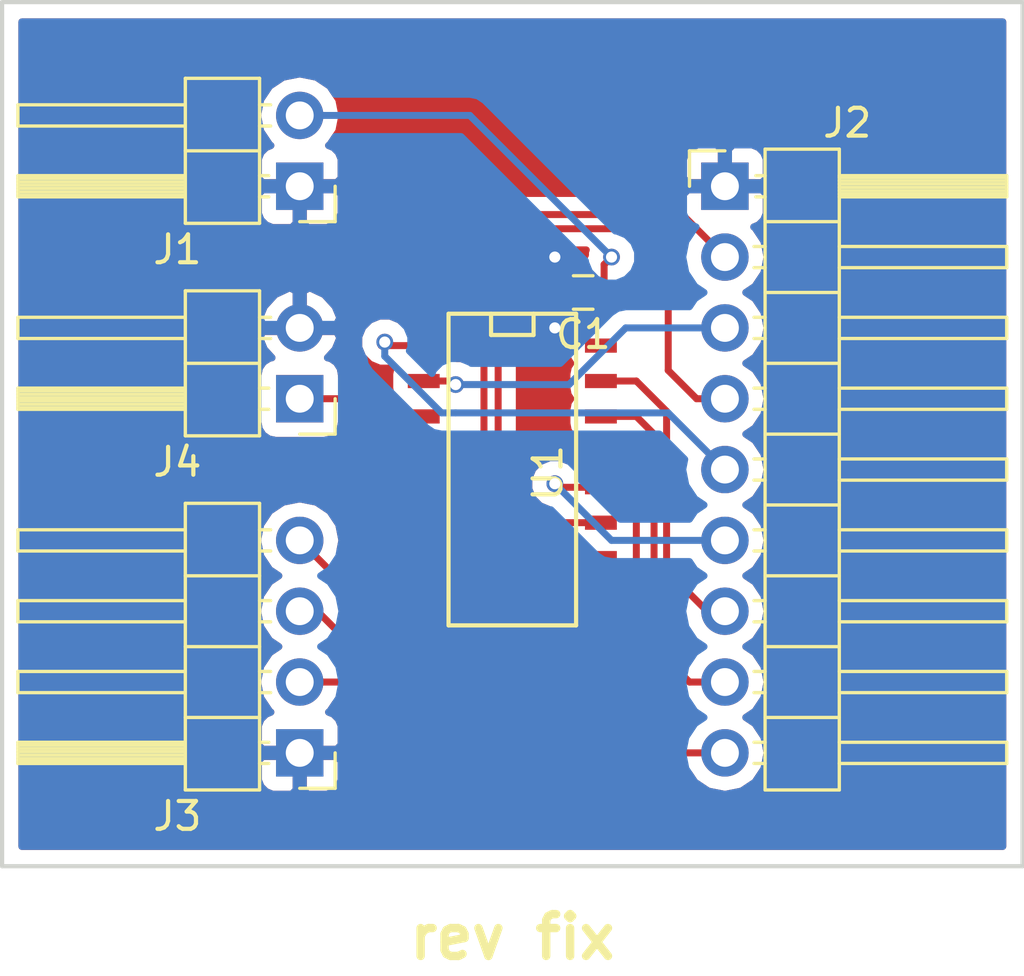
<source format=kicad_pcb>
(kicad_pcb (version 4) (host pcbnew 4.0.7)

  (general
    (links 20)
    (no_connects 1)
    (area 103.524999 69.520999 140.315001 104.474)
    (thickness 1.6)
    (drawings 5)
    (tracks 76)
    (zones 0)
    (modules 6)
    (nets 16)
  )

  (page A4)
  (layers
    (0 F.Cu signal)
    (31 B.Cu signal)
    (32 B.Adhes user)
    (33 F.Adhes user)
    (34 B.Paste user)
    (35 F.Paste user)
    (36 B.SilkS user)
    (37 F.SilkS user)
    (38 B.Mask user)
    (39 F.Mask user)
    (40 Dwgs.User user)
    (41 Cmts.User user)
    (42 Eco1.User user)
    (43 Eco2.User user)
    (44 Edge.Cuts user)
    (45 Margin user)
    (46 B.CrtYd user)
    (47 F.CrtYd user)
    (48 B.Fab user)
    (49 F.Fab user)
  )

  (setup
    (last_trace_width 0.25)
    (trace_clearance 0.2)
    (zone_clearance 0.508)
    (zone_45_only no)
    (trace_min 0.2)
    (segment_width 0.2)
    (edge_width 0.15)
    (via_size 0.6)
    (via_drill 0.4)
    (via_min_size 0.4)
    (via_min_drill 0.3)
    (uvia_size 0.3)
    (uvia_drill 0.1)
    (uvias_allowed no)
    (uvia_min_size 0.2)
    (uvia_min_drill 0.1)
    (pcb_text_width 0.3)
    (pcb_text_size 1.5 1.5)
    (mod_edge_width 0.15)
    (mod_text_size 1 1)
    (mod_text_width 0.15)
    (pad_size 1.524 1.524)
    (pad_drill 0.762)
    (pad_to_mask_clearance 0.2)
    (aux_axis_origin 103.632 100.584)
    (grid_origin 115.824 65.024)
    (visible_elements 7FFFFFFF)
    (pcbplotparams
      (layerselection 0x00030_80000001)
      (usegerberextensions false)
      (excludeedgelayer true)
      (linewidth 0.100000)
      (plotframeref false)
      (viasonmask false)
      (mode 1)
      (useauxorigin false)
      (hpglpennumber 1)
      (hpglpenspeed 20)
      (hpglpendiameter 15)
      (hpglpenoverlay 2)
      (psnegative false)
      (psa4output false)
      (plotreference true)
      (plotvalue true)
      (plotinvisibletext false)
      (padsonsilk false)
      (subtractmaskfromsilk false)
      (outputformat 1)
      (mirror false)
      (drillshape 1)
      (scaleselection 1)
      (outputdirectory ""))
  )

  (net 0 "")
  (net 1 GND)
  (net 2 "Net-(J2-Pad2)")
  (net 3 "Net-(J2-Pad3)")
  (net 4 "Net-(J2-Pad4)")
  (net 5 "Net-(J2-Pad5)")
  (net 6 "Net-(J2-Pad6)")
  (net 7 "Net-(J2-Pad7)")
  (net 8 "Net-(J2-Pad8)")
  (net 9 "Net-(J2-Pad9)")
  (net 10 "Net-(J3-Pad2)")
  (net 11 "Net-(J3-Pad3)")
  (net 12 "Net-(J3-Pad4)")
  (net 13 "Net-(J4-Pad1)")
  (net 14 VDD)
  (net 15 "Net-(U1-Pad6)")

  (net_class Default "This is the default net class."
    (clearance 0.2)
    (trace_width 0.25)
    (via_dia 0.6)
    (via_drill 0.4)
    (uvia_dia 0.3)
    (uvia_drill 0.1)
    (add_net GND)
    (add_net "Net-(J2-Pad2)")
    (add_net "Net-(J2-Pad3)")
    (add_net "Net-(J2-Pad4)")
    (add_net "Net-(J2-Pad5)")
    (add_net "Net-(J2-Pad6)")
    (add_net "Net-(J2-Pad7)")
    (add_net "Net-(J2-Pad8)")
    (add_net "Net-(J2-Pad9)")
    (add_net "Net-(J3-Pad2)")
    (add_net "Net-(J3-Pad3)")
    (add_net "Net-(J3-Pad4)")
    (add_net "Net-(J4-Pad1)")
    (add_net "Net-(U1-Pad6)")
    (add_net VDD)
  )

  (module Capacitors_SMD:C_0603 (layer F.Cu) (tedit 59958EE7) (tstamp 5A782E23)
    (at 124.46 80.01 180)
    (descr "Capacitor SMD 0603, reflow soldering, AVX (see smccp.pdf)")
    (tags "capacitor 0603")
    (path /5A782F69)
    (attr smd)
    (fp_text reference C1 (at 0 -1.5 180) (layer F.SilkS)
      (effects (font (size 1 1) (thickness 0.15)))
    )
    (fp_text value C (at 0 1.5 180) (layer F.Fab)
      (effects (font (size 1 1) (thickness 0.15)))
    )
    (fp_line (start 1.4 0.65) (end -1.4 0.65) (layer F.CrtYd) (width 0.05))
    (fp_line (start 1.4 0.65) (end 1.4 -0.65) (layer F.CrtYd) (width 0.05))
    (fp_line (start -1.4 -0.65) (end -1.4 0.65) (layer F.CrtYd) (width 0.05))
    (fp_line (start -1.4 -0.65) (end 1.4 -0.65) (layer F.CrtYd) (width 0.05))
    (fp_line (start 0.35 0.6) (end -0.35 0.6) (layer F.SilkS) (width 0.12))
    (fp_line (start -0.35 -0.6) (end 0.35 -0.6) (layer F.SilkS) (width 0.12))
    (fp_line (start -0.8 -0.4) (end 0.8 -0.4) (layer F.Fab) (width 0.1))
    (fp_line (start 0.8 -0.4) (end 0.8 0.4) (layer F.Fab) (width 0.1))
    (fp_line (start 0.8 0.4) (end -0.8 0.4) (layer F.Fab) (width 0.1))
    (fp_line (start -0.8 0.4) (end -0.8 -0.4) (layer F.Fab) (width 0.1))
    (fp_text user %R (at 0 0 180) (layer F.Fab)
      (effects (font (size 0.3 0.3) (thickness 0.075)))
    )
    (pad 2 smd rect (at 0.75 0 180) (size 0.8 0.75) (layers F.Cu F.Paste F.Mask)
      (net 1 GND))
    (pad 1 smd rect (at -0.75 0 180) (size 0.8 0.75) (layers F.Cu F.Paste F.Mask)
      (net 14 VDD))
    (model Capacitors_SMD.3dshapes/C_0603.wrl
      (at (xyz 0 0 0))
      (scale (xyz 1 1 1))
      (rotate (xyz 0 0 0))
    )
  )

  (module Pin_Headers:Pin_Header_Angled_1x02_Pitch2.54mm (layer F.Cu) (tedit 59650532) (tstamp 5A782E29)
    (at 114.3 76.2 180)
    (descr "Through hole angled pin header, 1x02, 2.54mm pitch, 6mm pin length, single row")
    (tags "Through hole angled pin header THT 1x02 2.54mm single row")
    (path /5A7831BB)
    (fp_text reference J1 (at 4.385 -2.27 180) (layer F.SilkS)
      (effects (font (size 1 1) (thickness 0.15)))
    )
    (fp_text value Conn_01x02 (at 4.385 4.81 180) (layer F.Fab)
      (effects (font (size 1 1) (thickness 0.15)))
    )
    (fp_line (start 2.135 -1.27) (end 4.04 -1.27) (layer F.Fab) (width 0.1))
    (fp_line (start 4.04 -1.27) (end 4.04 3.81) (layer F.Fab) (width 0.1))
    (fp_line (start 4.04 3.81) (end 1.5 3.81) (layer F.Fab) (width 0.1))
    (fp_line (start 1.5 3.81) (end 1.5 -0.635) (layer F.Fab) (width 0.1))
    (fp_line (start 1.5 -0.635) (end 2.135 -1.27) (layer F.Fab) (width 0.1))
    (fp_line (start -0.32 -0.32) (end 1.5 -0.32) (layer F.Fab) (width 0.1))
    (fp_line (start -0.32 -0.32) (end -0.32 0.32) (layer F.Fab) (width 0.1))
    (fp_line (start -0.32 0.32) (end 1.5 0.32) (layer F.Fab) (width 0.1))
    (fp_line (start 4.04 -0.32) (end 10.04 -0.32) (layer F.Fab) (width 0.1))
    (fp_line (start 10.04 -0.32) (end 10.04 0.32) (layer F.Fab) (width 0.1))
    (fp_line (start 4.04 0.32) (end 10.04 0.32) (layer F.Fab) (width 0.1))
    (fp_line (start -0.32 2.22) (end 1.5 2.22) (layer F.Fab) (width 0.1))
    (fp_line (start -0.32 2.22) (end -0.32 2.86) (layer F.Fab) (width 0.1))
    (fp_line (start -0.32 2.86) (end 1.5 2.86) (layer F.Fab) (width 0.1))
    (fp_line (start 4.04 2.22) (end 10.04 2.22) (layer F.Fab) (width 0.1))
    (fp_line (start 10.04 2.22) (end 10.04 2.86) (layer F.Fab) (width 0.1))
    (fp_line (start 4.04 2.86) (end 10.04 2.86) (layer F.Fab) (width 0.1))
    (fp_line (start 1.44 -1.33) (end 1.44 3.87) (layer F.SilkS) (width 0.12))
    (fp_line (start 1.44 3.87) (end 4.1 3.87) (layer F.SilkS) (width 0.12))
    (fp_line (start 4.1 3.87) (end 4.1 -1.33) (layer F.SilkS) (width 0.12))
    (fp_line (start 4.1 -1.33) (end 1.44 -1.33) (layer F.SilkS) (width 0.12))
    (fp_line (start 4.1 -0.38) (end 10.1 -0.38) (layer F.SilkS) (width 0.12))
    (fp_line (start 10.1 -0.38) (end 10.1 0.38) (layer F.SilkS) (width 0.12))
    (fp_line (start 10.1 0.38) (end 4.1 0.38) (layer F.SilkS) (width 0.12))
    (fp_line (start 4.1 -0.32) (end 10.1 -0.32) (layer F.SilkS) (width 0.12))
    (fp_line (start 4.1 -0.2) (end 10.1 -0.2) (layer F.SilkS) (width 0.12))
    (fp_line (start 4.1 -0.08) (end 10.1 -0.08) (layer F.SilkS) (width 0.12))
    (fp_line (start 4.1 0.04) (end 10.1 0.04) (layer F.SilkS) (width 0.12))
    (fp_line (start 4.1 0.16) (end 10.1 0.16) (layer F.SilkS) (width 0.12))
    (fp_line (start 4.1 0.28) (end 10.1 0.28) (layer F.SilkS) (width 0.12))
    (fp_line (start 1.11 -0.38) (end 1.44 -0.38) (layer F.SilkS) (width 0.12))
    (fp_line (start 1.11 0.38) (end 1.44 0.38) (layer F.SilkS) (width 0.12))
    (fp_line (start 1.44 1.27) (end 4.1 1.27) (layer F.SilkS) (width 0.12))
    (fp_line (start 4.1 2.16) (end 10.1 2.16) (layer F.SilkS) (width 0.12))
    (fp_line (start 10.1 2.16) (end 10.1 2.92) (layer F.SilkS) (width 0.12))
    (fp_line (start 10.1 2.92) (end 4.1 2.92) (layer F.SilkS) (width 0.12))
    (fp_line (start 1.042929 2.16) (end 1.44 2.16) (layer F.SilkS) (width 0.12))
    (fp_line (start 1.042929 2.92) (end 1.44 2.92) (layer F.SilkS) (width 0.12))
    (fp_line (start -1.27 0) (end -1.27 -1.27) (layer F.SilkS) (width 0.12))
    (fp_line (start -1.27 -1.27) (end 0 -1.27) (layer F.SilkS) (width 0.12))
    (fp_line (start -1.8 -1.8) (end -1.8 4.35) (layer F.CrtYd) (width 0.05))
    (fp_line (start -1.8 4.35) (end 10.55 4.35) (layer F.CrtYd) (width 0.05))
    (fp_line (start 10.55 4.35) (end 10.55 -1.8) (layer F.CrtYd) (width 0.05))
    (fp_line (start 10.55 -1.8) (end -1.8 -1.8) (layer F.CrtYd) (width 0.05))
    (fp_text user %R (at 2.77 1.27 270) (layer F.Fab)
      (effects (font (size 1 1) (thickness 0.15)))
    )
    (pad 1 thru_hole rect (at 0 0 180) (size 1.7 1.7) (drill 1) (layers *.Cu *.Mask)
      (net 1 GND))
    (pad 2 thru_hole oval (at 0 2.54 180) (size 1.7 1.7) (drill 1) (layers *.Cu *.Mask)
      (net 14 VDD))
    (model ${KISYS3DMOD}/Pin_Headers.3dshapes/Pin_Header_Angled_1x02_Pitch2.54mm.wrl
      (at (xyz 0 0 0))
      (scale (xyz 1 1 1))
      (rotate (xyz 0 0 0))
    )
  )

  (module Pin_Headers:Pin_Header_Angled_1x09_Pitch2.54mm (layer F.Cu) (tedit 59650532) (tstamp 5A782E36)
    (at 129.54 76.2)
    (descr "Through hole angled pin header, 1x09, 2.54mm pitch, 6mm pin length, single row")
    (tags "Through hole angled pin header THT 1x09 2.54mm single row")
    (path /5A782C1E)
    (fp_text reference J2 (at 4.385 -2.27) (layer F.SilkS)
      (effects (font (size 1 1) (thickness 0.15)))
    )
    (fp_text value Conn_01x09 (at 4.385 22.59) (layer F.Fab)
      (effects (font (size 1 1) (thickness 0.15)))
    )
    (fp_line (start 2.135 -1.27) (end 4.04 -1.27) (layer F.Fab) (width 0.1))
    (fp_line (start 4.04 -1.27) (end 4.04 21.59) (layer F.Fab) (width 0.1))
    (fp_line (start 4.04 21.59) (end 1.5 21.59) (layer F.Fab) (width 0.1))
    (fp_line (start 1.5 21.59) (end 1.5 -0.635) (layer F.Fab) (width 0.1))
    (fp_line (start 1.5 -0.635) (end 2.135 -1.27) (layer F.Fab) (width 0.1))
    (fp_line (start -0.32 -0.32) (end 1.5 -0.32) (layer F.Fab) (width 0.1))
    (fp_line (start -0.32 -0.32) (end -0.32 0.32) (layer F.Fab) (width 0.1))
    (fp_line (start -0.32 0.32) (end 1.5 0.32) (layer F.Fab) (width 0.1))
    (fp_line (start 4.04 -0.32) (end 10.04 -0.32) (layer F.Fab) (width 0.1))
    (fp_line (start 10.04 -0.32) (end 10.04 0.32) (layer F.Fab) (width 0.1))
    (fp_line (start 4.04 0.32) (end 10.04 0.32) (layer F.Fab) (width 0.1))
    (fp_line (start -0.32 2.22) (end 1.5 2.22) (layer F.Fab) (width 0.1))
    (fp_line (start -0.32 2.22) (end -0.32 2.86) (layer F.Fab) (width 0.1))
    (fp_line (start -0.32 2.86) (end 1.5 2.86) (layer F.Fab) (width 0.1))
    (fp_line (start 4.04 2.22) (end 10.04 2.22) (layer F.Fab) (width 0.1))
    (fp_line (start 10.04 2.22) (end 10.04 2.86) (layer F.Fab) (width 0.1))
    (fp_line (start 4.04 2.86) (end 10.04 2.86) (layer F.Fab) (width 0.1))
    (fp_line (start -0.32 4.76) (end 1.5 4.76) (layer F.Fab) (width 0.1))
    (fp_line (start -0.32 4.76) (end -0.32 5.4) (layer F.Fab) (width 0.1))
    (fp_line (start -0.32 5.4) (end 1.5 5.4) (layer F.Fab) (width 0.1))
    (fp_line (start 4.04 4.76) (end 10.04 4.76) (layer F.Fab) (width 0.1))
    (fp_line (start 10.04 4.76) (end 10.04 5.4) (layer F.Fab) (width 0.1))
    (fp_line (start 4.04 5.4) (end 10.04 5.4) (layer F.Fab) (width 0.1))
    (fp_line (start -0.32 7.3) (end 1.5 7.3) (layer F.Fab) (width 0.1))
    (fp_line (start -0.32 7.3) (end -0.32 7.94) (layer F.Fab) (width 0.1))
    (fp_line (start -0.32 7.94) (end 1.5 7.94) (layer F.Fab) (width 0.1))
    (fp_line (start 4.04 7.3) (end 10.04 7.3) (layer F.Fab) (width 0.1))
    (fp_line (start 10.04 7.3) (end 10.04 7.94) (layer F.Fab) (width 0.1))
    (fp_line (start 4.04 7.94) (end 10.04 7.94) (layer F.Fab) (width 0.1))
    (fp_line (start -0.32 9.84) (end 1.5 9.84) (layer F.Fab) (width 0.1))
    (fp_line (start -0.32 9.84) (end -0.32 10.48) (layer F.Fab) (width 0.1))
    (fp_line (start -0.32 10.48) (end 1.5 10.48) (layer F.Fab) (width 0.1))
    (fp_line (start 4.04 9.84) (end 10.04 9.84) (layer F.Fab) (width 0.1))
    (fp_line (start 10.04 9.84) (end 10.04 10.48) (layer F.Fab) (width 0.1))
    (fp_line (start 4.04 10.48) (end 10.04 10.48) (layer F.Fab) (width 0.1))
    (fp_line (start -0.32 12.38) (end 1.5 12.38) (layer F.Fab) (width 0.1))
    (fp_line (start -0.32 12.38) (end -0.32 13.02) (layer F.Fab) (width 0.1))
    (fp_line (start -0.32 13.02) (end 1.5 13.02) (layer F.Fab) (width 0.1))
    (fp_line (start 4.04 12.38) (end 10.04 12.38) (layer F.Fab) (width 0.1))
    (fp_line (start 10.04 12.38) (end 10.04 13.02) (layer F.Fab) (width 0.1))
    (fp_line (start 4.04 13.02) (end 10.04 13.02) (layer F.Fab) (width 0.1))
    (fp_line (start -0.32 14.92) (end 1.5 14.92) (layer F.Fab) (width 0.1))
    (fp_line (start -0.32 14.92) (end -0.32 15.56) (layer F.Fab) (width 0.1))
    (fp_line (start -0.32 15.56) (end 1.5 15.56) (layer F.Fab) (width 0.1))
    (fp_line (start 4.04 14.92) (end 10.04 14.92) (layer F.Fab) (width 0.1))
    (fp_line (start 10.04 14.92) (end 10.04 15.56) (layer F.Fab) (width 0.1))
    (fp_line (start 4.04 15.56) (end 10.04 15.56) (layer F.Fab) (width 0.1))
    (fp_line (start -0.32 17.46) (end 1.5 17.46) (layer F.Fab) (width 0.1))
    (fp_line (start -0.32 17.46) (end -0.32 18.1) (layer F.Fab) (width 0.1))
    (fp_line (start -0.32 18.1) (end 1.5 18.1) (layer F.Fab) (width 0.1))
    (fp_line (start 4.04 17.46) (end 10.04 17.46) (layer F.Fab) (width 0.1))
    (fp_line (start 10.04 17.46) (end 10.04 18.1) (layer F.Fab) (width 0.1))
    (fp_line (start 4.04 18.1) (end 10.04 18.1) (layer F.Fab) (width 0.1))
    (fp_line (start -0.32 20) (end 1.5 20) (layer F.Fab) (width 0.1))
    (fp_line (start -0.32 20) (end -0.32 20.64) (layer F.Fab) (width 0.1))
    (fp_line (start -0.32 20.64) (end 1.5 20.64) (layer F.Fab) (width 0.1))
    (fp_line (start 4.04 20) (end 10.04 20) (layer F.Fab) (width 0.1))
    (fp_line (start 10.04 20) (end 10.04 20.64) (layer F.Fab) (width 0.1))
    (fp_line (start 4.04 20.64) (end 10.04 20.64) (layer F.Fab) (width 0.1))
    (fp_line (start 1.44 -1.33) (end 1.44 21.65) (layer F.SilkS) (width 0.12))
    (fp_line (start 1.44 21.65) (end 4.1 21.65) (layer F.SilkS) (width 0.12))
    (fp_line (start 4.1 21.65) (end 4.1 -1.33) (layer F.SilkS) (width 0.12))
    (fp_line (start 4.1 -1.33) (end 1.44 -1.33) (layer F.SilkS) (width 0.12))
    (fp_line (start 4.1 -0.38) (end 10.1 -0.38) (layer F.SilkS) (width 0.12))
    (fp_line (start 10.1 -0.38) (end 10.1 0.38) (layer F.SilkS) (width 0.12))
    (fp_line (start 10.1 0.38) (end 4.1 0.38) (layer F.SilkS) (width 0.12))
    (fp_line (start 4.1 -0.32) (end 10.1 -0.32) (layer F.SilkS) (width 0.12))
    (fp_line (start 4.1 -0.2) (end 10.1 -0.2) (layer F.SilkS) (width 0.12))
    (fp_line (start 4.1 -0.08) (end 10.1 -0.08) (layer F.SilkS) (width 0.12))
    (fp_line (start 4.1 0.04) (end 10.1 0.04) (layer F.SilkS) (width 0.12))
    (fp_line (start 4.1 0.16) (end 10.1 0.16) (layer F.SilkS) (width 0.12))
    (fp_line (start 4.1 0.28) (end 10.1 0.28) (layer F.SilkS) (width 0.12))
    (fp_line (start 1.11 -0.38) (end 1.44 -0.38) (layer F.SilkS) (width 0.12))
    (fp_line (start 1.11 0.38) (end 1.44 0.38) (layer F.SilkS) (width 0.12))
    (fp_line (start 1.44 1.27) (end 4.1 1.27) (layer F.SilkS) (width 0.12))
    (fp_line (start 4.1 2.16) (end 10.1 2.16) (layer F.SilkS) (width 0.12))
    (fp_line (start 10.1 2.16) (end 10.1 2.92) (layer F.SilkS) (width 0.12))
    (fp_line (start 10.1 2.92) (end 4.1 2.92) (layer F.SilkS) (width 0.12))
    (fp_line (start 1.042929 2.16) (end 1.44 2.16) (layer F.SilkS) (width 0.12))
    (fp_line (start 1.042929 2.92) (end 1.44 2.92) (layer F.SilkS) (width 0.12))
    (fp_line (start 1.44 3.81) (end 4.1 3.81) (layer F.SilkS) (width 0.12))
    (fp_line (start 4.1 4.7) (end 10.1 4.7) (layer F.SilkS) (width 0.12))
    (fp_line (start 10.1 4.7) (end 10.1 5.46) (layer F.SilkS) (width 0.12))
    (fp_line (start 10.1 5.46) (end 4.1 5.46) (layer F.SilkS) (width 0.12))
    (fp_line (start 1.042929 4.7) (end 1.44 4.7) (layer F.SilkS) (width 0.12))
    (fp_line (start 1.042929 5.46) (end 1.44 5.46) (layer F.SilkS) (width 0.12))
    (fp_line (start 1.44 6.35) (end 4.1 6.35) (layer F.SilkS) (width 0.12))
    (fp_line (start 4.1 7.24) (end 10.1 7.24) (layer F.SilkS) (width 0.12))
    (fp_line (start 10.1 7.24) (end 10.1 8) (layer F.SilkS) (width 0.12))
    (fp_line (start 10.1 8) (end 4.1 8) (layer F.SilkS) (width 0.12))
    (fp_line (start 1.042929 7.24) (end 1.44 7.24) (layer F.SilkS) (width 0.12))
    (fp_line (start 1.042929 8) (end 1.44 8) (layer F.SilkS) (width 0.12))
    (fp_line (start 1.44 8.89) (end 4.1 8.89) (layer F.SilkS) (width 0.12))
    (fp_line (start 4.1 9.78) (end 10.1 9.78) (layer F.SilkS) (width 0.12))
    (fp_line (start 10.1 9.78) (end 10.1 10.54) (layer F.SilkS) (width 0.12))
    (fp_line (start 10.1 10.54) (end 4.1 10.54) (layer F.SilkS) (width 0.12))
    (fp_line (start 1.042929 9.78) (end 1.44 9.78) (layer F.SilkS) (width 0.12))
    (fp_line (start 1.042929 10.54) (end 1.44 10.54) (layer F.SilkS) (width 0.12))
    (fp_line (start 1.44 11.43) (end 4.1 11.43) (layer F.SilkS) (width 0.12))
    (fp_line (start 4.1 12.32) (end 10.1 12.32) (layer F.SilkS) (width 0.12))
    (fp_line (start 10.1 12.32) (end 10.1 13.08) (layer F.SilkS) (width 0.12))
    (fp_line (start 10.1 13.08) (end 4.1 13.08) (layer F.SilkS) (width 0.12))
    (fp_line (start 1.042929 12.32) (end 1.44 12.32) (layer F.SilkS) (width 0.12))
    (fp_line (start 1.042929 13.08) (end 1.44 13.08) (layer F.SilkS) (width 0.12))
    (fp_line (start 1.44 13.97) (end 4.1 13.97) (layer F.SilkS) (width 0.12))
    (fp_line (start 4.1 14.86) (end 10.1 14.86) (layer F.SilkS) (width 0.12))
    (fp_line (start 10.1 14.86) (end 10.1 15.62) (layer F.SilkS) (width 0.12))
    (fp_line (start 10.1 15.62) (end 4.1 15.62) (layer F.SilkS) (width 0.12))
    (fp_line (start 1.042929 14.86) (end 1.44 14.86) (layer F.SilkS) (width 0.12))
    (fp_line (start 1.042929 15.62) (end 1.44 15.62) (layer F.SilkS) (width 0.12))
    (fp_line (start 1.44 16.51) (end 4.1 16.51) (layer F.SilkS) (width 0.12))
    (fp_line (start 4.1 17.4) (end 10.1 17.4) (layer F.SilkS) (width 0.12))
    (fp_line (start 10.1 17.4) (end 10.1 18.16) (layer F.SilkS) (width 0.12))
    (fp_line (start 10.1 18.16) (end 4.1 18.16) (layer F.SilkS) (width 0.12))
    (fp_line (start 1.042929 17.4) (end 1.44 17.4) (layer F.SilkS) (width 0.12))
    (fp_line (start 1.042929 18.16) (end 1.44 18.16) (layer F.SilkS) (width 0.12))
    (fp_line (start 1.44 19.05) (end 4.1 19.05) (layer F.SilkS) (width 0.12))
    (fp_line (start 4.1 19.94) (end 10.1 19.94) (layer F.SilkS) (width 0.12))
    (fp_line (start 10.1 19.94) (end 10.1 20.7) (layer F.SilkS) (width 0.12))
    (fp_line (start 10.1 20.7) (end 4.1 20.7) (layer F.SilkS) (width 0.12))
    (fp_line (start 1.042929 19.94) (end 1.44 19.94) (layer F.SilkS) (width 0.12))
    (fp_line (start 1.042929 20.7) (end 1.44 20.7) (layer F.SilkS) (width 0.12))
    (fp_line (start -1.27 0) (end -1.27 -1.27) (layer F.SilkS) (width 0.12))
    (fp_line (start -1.27 -1.27) (end 0 -1.27) (layer F.SilkS) (width 0.12))
    (fp_line (start -1.8 -1.8) (end -1.8 22.1) (layer F.CrtYd) (width 0.05))
    (fp_line (start -1.8 22.1) (end 10.55 22.1) (layer F.CrtYd) (width 0.05))
    (fp_line (start 10.55 22.1) (end 10.55 -1.8) (layer F.CrtYd) (width 0.05))
    (fp_line (start 10.55 -1.8) (end -1.8 -1.8) (layer F.CrtYd) (width 0.05))
    (fp_text user %R (at 2.77 10.16 90) (layer F.Fab)
      (effects (font (size 1 1) (thickness 0.15)))
    )
    (pad 1 thru_hole rect (at 0 0) (size 1.7 1.7) (drill 1) (layers *.Cu *.Mask)
      (net 1 GND))
    (pad 2 thru_hole oval (at 0 2.54) (size 1.7 1.7) (drill 1) (layers *.Cu *.Mask)
      (net 2 "Net-(J2-Pad2)"))
    (pad 3 thru_hole oval (at 0 5.08) (size 1.7 1.7) (drill 1) (layers *.Cu *.Mask)
      (net 3 "Net-(J2-Pad3)"))
    (pad 4 thru_hole oval (at 0 7.62) (size 1.7 1.7) (drill 1) (layers *.Cu *.Mask)
      (net 4 "Net-(J2-Pad4)"))
    (pad 5 thru_hole oval (at 0 10.16) (size 1.7 1.7) (drill 1) (layers *.Cu *.Mask)
      (net 5 "Net-(J2-Pad5)"))
    (pad 6 thru_hole oval (at 0 12.7) (size 1.7 1.7) (drill 1) (layers *.Cu *.Mask)
      (net 6 "Net-(J2-Pad6)"))
    (pad 7 thru_hole oval (at 0 15.24) (size 1.7 1.7) (drill 1) (layers *.Cu *.Mask)
      (net 7 "Net-(J2-Pad7)"))
    (pad 8 thru_hole oval (at 0 17.78) (size 1.7 1.7) (drill 1) (layers *.Cu *.Mask)
      (net 8 "Net-(J2-Pad8)"))
    (pad 9 thru_hole oval (at 0 20.32) (size 1.7 1.7) (drill 1) (layers *.Cu *.Mask)
      (net 9 "Net-(J2-Pad9)"))
    (model ${KISYS3DMOD}/Pin_Headers.3dshapes/Pin_Header_Angled_1x09_Pitch2.54mm.wrl
      (at (xyz 0 0 0))
      (scale (xyz 1 1 1))
      (rotate (xyz 0 0 0))
    )
  )

  (module Pin_Headers:Pin_Header_Angled_1x04_Pitch2.54mm (layer F.Cu) (tedit 59650532) (tstamp 5A782E3E)
    (at 114.3 96.52 180)
    (descr "Through hole angled pin header, 1x04, 2.54mm pitch, 6mm pin length, single row")
    (tags "Through hole angled pin header THT 1x04 2.54mm single row")
    (path /5A782C89)
    (fp_text reference J3 (at 4.385 -2.27 180) (layer F.SilkS)
      (effects (font (size 1 1) (thickness 0.15)))
    )
    (fp_text value Conn_01x04 (at 4.385 9.89 180) (layer F.Fab)
      (effects (font (size 1 1) (thickness 0.15)))
    )
    (fp_line (start 2.135 -1.27) (end 4.04 -1.27) (layer F.Fab) (width 0.1))
    (fp_line (start 4.04 -1.27) (end 4.04 8.89) (layer F.Fab) (width 0.1))
    (fp_line (start 4.04 8.89) (end 1.5 8.89) (layer F.Fab) (width 0.1))
    (fp_line (start 1.5 8.89) (end 1.5 -0.635) (layer F.Fab) (width 0.1))
    (fp_line (start 1.5 -0.635) (end 2.135 -1.27) (layer F.Fab) (width 0.1))
    (fp_line (start -0.32 -0.32) (end 1.5 -0.32) (layer F.Fab) (width 0.1))
    (fp_line (start -0.32 -0.32) (end -0.32 0.32) (layer F.Fab) (width 0.1))
    (fp_line (start -0.32 0.32) (end 1.5 0.32) (layer F.Fab) (width 0.1))
    (fp_line (start 4.04 -0.32) (end 10.04 -0.32) (layer F.Fab) (width 0.1))
    (fp_line (start 10.04 -0.32) (end 10.04 0.32) (layer F.Fab) (width 0.1))
    (fp_line (start 4.04 0.32) (end 10.04 0.32) (layer F.Fab) (width 0.1))
    (fp_line (start -0.32 2.22) (end 1.5 2.22) (layer F.Fab) (width 0.1))
    (fp_line (start -0.32 2.22) (end -0.32 2.86) (layer F.Fab) (width 0.1))
    (fp_line (start -0.32 2.86) (end 1.5 2.86) (layer F.Fab) (width 0.1))
    (fp_line (start 4.04 2.22) (end 10.04 2.22) (layer F.Fab) (width 0.1))
    (fp_line (start 10.04 2.22) (end 10.04 2.86) (layer F.Fab) (width 0.1))
    (fp_line (start 4.04 2.86) (end 10.04 2.86) (layer F.Fab) (width 0.1))
    (fp_line (start -0.32 4.76) (end 1.5 4.76) (layer F.Fab) (width 0.1))
    (fp_line (start -0.32 4.76) (end -0.32 5.4) (layer F.Fab) (width 0.1))
    (fp_line (start -0.32 5.4) (end 1.5 5.4) (layer F.Fab) (width 0.1))
    (fp_line (start 4.04 4.76) (end 10.04 4.76) (layer F.Fab) (width 0.1))
    (fp_line (start 10.04 4.76) (end 10.04 5.4) (layer F.Fab) (width 0.1))
    (fp_line (start 4.04 5.4) (end 10.04 5.4) (layer F.Fab) (width 0.1))
    (fp_line (start -0.32 7.3) (end 1.5 7.3) (layer F.Fab) (width 0.1))
    (fp_line (start -0.32 7.3) (end -0.32 7.94) (layer F.Fab) (width 0.1))
    (fp_line (start -0.32 7.94) (end 1.5 7.94) (layer F.Fab) (width 0.1))
    (fp_line (start 4.04 7.3) (end 10.04 7.3) (layer F.Fab) (width 0.1))
    (fp_line (start 10.04 7.3) (end 10.04 7.94) (layer F.Fab) (width 0.1))
    (fp_line (start 4.04 7.94) (end 10.04 7.94) (layer F.Fab) (width 0.1))
    (fp_line (start 1.44 -1.33) (end 1.44 8.95) (layer F.SilkS) (width 0.12))
    (fp_line (start 1.44 8.95) (end 4.1 8.95) (layer F.SilkS) (width 0.12))
    (fp_line (start 4.1 8.95) (end 4.1 -1.33) (layer F.SilkS) (width 0.12))
    (fp_line (start 4.1 -1.33) (end 1.44 -1.33) (layer F.SilkS) (width 0.12))
    (fp_line (start 4.1 -0.38) (end 10.1 -0.38) (layer F.SilkS) (width 0.12))
    (fp_line (start 10.1 -0.38) (end 10.1 0.38) (layer F.SilkS) (width 0.12))
    (fp_line (start 10.1 0.38) (end 4.1 0.38) (layer F.SilkS) (width 0.12))
    (fp_line (start 4.1 -0.32) (end 10.1 -0.32) (layer F.SilkS) (width 0.12))
    (fp_line (start 4.1 -0.2) (end 10.1 -0.2) (layer F.SilkS) (width 0.12))
    (fp_line (start 4.1 -0.08) (end 10.1 -0.08) (layer F.SilkS) (width 0.12))
    (fp_line (start 4.1 0.04) (end 10.1 0.04) (layer F.SilkS) (width 0.12))
    (fp_line (start 4.1 0.16) (end 10.1 0.16) (layer F.SilkS) (width 0.12))
    (fp_line (start 4.1 0.28) (end 10.1 0.28) (layer F.SilkS) (width 0.12))
    (fp_line (start 1.11 -0.38) (end 1.44 -0.38) (layer F.SilkS) (width 0.12))
    (fp_line (start 1.11 0.38) (end 1.44 0.38) (layer F.SilkS) (width 0.12))
    (fp_line (start 1.44 1.27) (end 4.1 1.27) (layer F.SilkS) (width 0.12))
    (fp_line (start 4.1 2.16) (end 10.1 2.16) (layer F.SilkS) (width 0.12))
    (fp_line (start 10.1 2.16) (end 10.1 2.92) (layer F.SilkS) (width 0.12))
    (fp_line (start 10.1 2.92) (end 4.1 2.92) (layer F.SilkS) (width 0.12))
    (fp_line (start 1.042929 2.16) (end 1.44 2.16) (layer F.SilkS) (width 0.12))
    (fp_line (start 1.042929 2.92) (end 1.44 2.92) (layer F.SilkS) (width 0.12))
    (fp_line (start 1.44 3.81) (end 4.1 3.81) (layer F.SilkS) (width 0.12))
    (fp_line (start 4.1 4.7) (end 10.1 4.7) (layer F.SilkS) (width 0.12))
    (fp_line (start 10.1 4.7) (end 10.1 5.46) (layer F.SilkS) (width 0.12))
    (fp_line (start 10.1 5.46) (end 4.1 5.46) (layer F.SilkS) (width 0.12))
    (fp_line (start 1.042929 4.7) (end 1.44 4.7) (layer F.SilkS) (width 0.12))
    (fp_line (start 1.042929 5.46) (end 1.44 5.46) (layer F.SilkS) (width 0.12))
    (fp_line (start 1.44 6.35) (end 4.1 6.35) (layer F.SilkS) (width 0.12))
    (fp_line (start 4.1 7.24) (end 10.1 7.24) (layer F.SilkS) (width 0.12))
    (fp_line (start 10.1 7.24) (end 10.1 8) (layer F.SilkS) (width 0.12))
    (fp_line (start 10.1 8) (end 4.1 8) (layer F.SilkS) (width 0.12))
    (fp_line (start 1.042929 7.24) (end 1.44 7.24) (layer F.SilkS) (width 0.12))
    (fp_line (start 1.042929 8) (end 1.44 8) (layer F.SilkS) (width 0.12))
    (fp_line (start -1.27 0) (end -1.27 -1.27) (layer F.SilkS) (width 0.12))
    (fp_line (start -1.27 -1.27) (end 0 -1.27) (layer F.SilkS) (width 0.12))
    (fp_line (start -1.8 -1.8) (end -1.8 9.4) (layer F.CrtYd) (width 0.05))
    (fp_line (start -1.8 9.4) (end 10.55 9.4) (layer F.CrtYd) (width 0.05))
    (fp_line (start 10.55 9.4) (end 10.55 -1.8) (layer F.CrtYd) (width 0.05))
    (fp_line (start 10.55 -1.8) (end -1.8 -1.8) (layer F.CrtYd) (width 0.05))
    (fp_text user %R (at 2.77 3.81 270) (layer F.Fab)
      (effects (font (size 1 1) (thickness 0.15)))
    )
    (pad 1 thru_hole rect (at 0 0 180) (size 1.7 1.7) (drill 1) (layers *.Cu *.Mask)
      (net 1 GND))
    (pad 2 thru_hole oval (at 0 2.54 180) (size 1.7 1.7) (drill 1) (layers *.Cu *.Mask)
      (net 10 "Net-(J3-Pad2)"))
    (pad 3 thru_hole oval (at 0 5.08 180) (size 1.7 1.7) (drill 1) (layers *.Cu *.Mask)
      (net 11 "Net-(J3-Pad3)"))
    (pad 4 thru_hole oval (at 0 7.62 180) (size 1.7 1.7) (drill 1) (layers *.Cu *.Mask)
      (net 12 "Net-(J3-Pad4)"))
    (model ${KISYS3DMOD}/Pin_Headers.3dshapes/Pin_Header_Angled_1x04_Pitch2.54mm.wrl
      (at (xyz 0 0 0))
      (scale (xyz 1 1 1))
      (rotate (xyz 0 0 0))
    )
  )

  (module Pin_Headers:Pin_Header_Angled_1x02_Pitch2.54mm (layer F.Cu) (tedit 59650532) (tstamp 5A782E44)
    (at 114.3 83.82 180)
    (descr "Through hole angled pin header, 1x02, 2.54mm pitch, 6mm pin length, single row")
    (tags "Through hole angled pin header THT 1x02 2.54mm single row")
    (path /5A7830B3)
    (fp_text reference J4 (at 4.385 -2.27 180) (layer F.SilkS)
      (effects (font (size 1 1) (thickness 0.15)))
    )
    (fp_text value Conn_01x02 (at 4.385 4.81 180) (layer F.Fab)
      (effects (font (size 1 1) (thickness 0.15)))
    )
    (fp_line (start 2.135 -1.27) (end 4.04 -1.27) (layer F.Fab) (width 0.1))
    (fp_line (start 4.04 -1.27) (end 4.04 3.81) (layer F.Fab) (width 0.1))
    (fp_line (start 4.04 3.81) (end 1.5 3.81) (layer F.Fab) (width 0.1))
    (fp_line (start 1.5 3.81) (end 1.5 -0.635) (layer F.Fab) (width 0.1))
    (fp_line (start 1.5 -0.635) (end 2.135 -1.27) (layer F.Fab) (width 0.1))
    (fp_line (start -0.32 -0.32) (end 1.5 -0.32) (layer F.Fab) (width 0.1))
    (fp_line (start -0.32 -0.32) (end -0.32 0.32) (layer F.Fab) (width 0.1))
    (fp_line (start -0.32 0.32) (end 1.5 0.32) (layer F.Fab) (width 0.1))
    (fp_line (start 4.04 -0.32) (end 10.04 -0.32) (layer F.Fab) (width 0.1))
    (fp_line (start 10.04 -0.32) (end 10.04 0.32) (layer F.Fab) (width 0.1))
    (fp_line (start 4.04 0.32) (end 10.04 0.32) (layer F.Fab) (width 0.1))
    (fp_line (start -0.32 2.22) (end 1.5 2.22) (layer F.Fab) (width 0.1))
    (fp_line (start -0.32 2.22) (end -0.32 2.86) (layer F.Fab) (width 0.1))
    (fp_line (start -0.32 2.86) (end 1.5 2.86) (layer F.Fab) (width 0.1))
    (fp_line (start 4.04 2.22) (end 10.04 2.22) (layer F.Fab) (width 0.1))
    (fp_line (start 10.04 2.22) (end 10.04 2.86) (layer F.Fab) (width 0.1))
    (fp_line (start 4.04 2.86) (end 10.04 2.86) (layer F.Fab) (width 0.1))
    (fp_line (start 1.44 -1.33) (end 1.44 3.87) (layer F.SilkS) (width 0.12))
    (fp_line (start 1.44 3.87) (end 4.1 3.87) (layer F.SilkS) (width 0.12))
    (fp_line (start 4.1 3.87) (end 4.1 -1.33) (layer F.SilkS) (width 0.12))
    (fp_line (start 4.1 -1.33) (end 1.44 -1.33) (layer F.SilkS) (width 0.12))
    (fp_line (start 4.1 -0.38) (end 10.1 -0.38) (layer F.SilkS) (width 0.12))
    (fp_line (start 10.1 -0.38) (end 10.1 0.38) (layer F.SilkS) (width 0.12))
    (fp_line (start 10.1 0.38) (end 4.1 0.38) (layer F.SilkS) (width 0.12))
    (fp_line (start 4.1 -0.32) (end 10.1 -0.32) (layer F.SilkS) (width 0.12))
    (fp_line (start 4.1 -0.2) (end 10.1 -0.2) (layer F.SilkS) (width 0.12))
    (fp_line (start 4.1 -0.08) (end 10.1 -0.08) (layer F.SilkS) (width 0.12))
    (fp_line (start 4.1 0.04) (end 10.1 0.04) (layer F.SilkS) (width 0.12))
    (fp_line (start 4.1 0.16) (end 10.1 0.16) (layer F.SilkS) (width 0.12))
    (fp_line (start 4.1 0.28) (end 10.1 0.28) (layer F.SilkS) (width 0.12))
    (fp_line (start 1.11 -0.38) (end 1.44 -0.38) (layer F.SilkS) (width 0.12))
    (fp_line (start 1.11 0.38) (end 1.44 0.38) (layer F.SilkS) (width 0.12))
    (fp_line (start 1.44 1.27) (end 4.1 1.27) (layer F.SilkS) (width 0.12))
    (fp_line (start 4.1 2.16) (end 10.1 2.16) (layer F.SilkS) (width 0.12))
    (fp_line (start 10.1 2.16) (end 10.1 2.92) (layer F.SilkS) (width 0.12))
    (fp_line (start 10.1 2.92) (end 4.1 2.92) (layer F.SilkS) (width 0.12))
    (fp_line (start 1.042929 2.16) (end 1.44 2.16) (layer F.SilkS) (width 0.12))
    (fp_line (start 1.042929 2.92) (end 1.44 2.92) (layer F.SilkS) (width 0.12))
    (fp_line (start -1.27 0) (end -1.27 -1.27) (layer F.SilkS) (width 0.12))
    (fp_line (start -1.27 -1.27) (end 0 -1.27) (layer F.SilkS) (width 0.12))
    (fp_line (start -1.8 -1.8) (end -1.8 4.35) (layer F.CrtYd) (width 0.05))
    (fp_line (start -1.8 4.35) (end 10.55 4.35) (layer F.CrtYd) (width 0.05))
    (fp_line (start 10.55 4.35) (end 10.55 -1.8) (layer F.CrtYd) (width 0.05))
    (fp_line (start 10.55 -1.8) (end -1.8 -1.8) (layer F.CrtYd) (width 0.05))
    (fp_text user %R (at 2.77 1.27 270) (layer F.Fab)
      (effects (font (size 1 1) (thickness 0.15)))
    )
    (pad 1 thru_hole rect (at 0 0 180) (size 1.7 1.7) (drill 1) (layers *.Cu *.Mask)
      (net 13 "Net-(J4-Pad1)"))
    (pad 2 thru_hole oval (at 0 2.54 180) (size 1.7 1.7) (drill 1) (layers *.Cu *.Mask)
      (net 1 GND))
    (model ${KISYS3DMOD}/Pin_Headers.3dshapes/Pin_Header_Angled_1x02_Pitch2.54mm.wrl
      (at (xyz 0 0 0))
      (scale (xyz 1 1 1))
      (rotate (xyz 0 0 0))
    )
  )

  (module SMD_Packages:SO-16-N (layer F.Cu) (tedit 0) (tstamp 5A782E58)
    (at 121.92 86.36 270)
    (descr "Module CMS SOJ 16 pins large")
    (tags "CMS SOJ")
    (path /5A782BC8)
    (attr smd)
    (fp_text reference U1 (at 0.127 -1.27 270) (layer F.SilkS)
      (effects (font (size 1 1) (thickness 0.15)))
    )
    (fp_text value 4051 (at 0 1.27 270) (layer F.Fab)
      (effects (font (size 1 1) (thickness 0.15)))
    )
    (fp_line (start -5.588 -0.762) (end -4.826 -0.762) (layer F.SilkS) (width 0.15))
    (fp_line (start -4.826 -0.762) (end -4.826 0.762) (layer F.SilkS) (width 0.15))
    (fp_line (start -4.826 0.762) (end -5.588 0.762) (layer F.SilkS) (width 0.15))
    (fp_line (start 5.588 -2.286) (end 5.588 2.286) (layer F.SilkS) (width 0.15))
    (fp_line (start 5.588 2.286) (end -5.588 2.286) (layer F.SilkS) (width 0.15))
    (fp_line (start -5.588 2.286) (end -5.588 -2.286) (layer F.SilkS) (width 0.15))
    (fp_line (start -5.588 -2.286) (end 5.588 -2.286) (layer F.SilkS) (width 0.15))
    (pad 16 smd rect (at -4.445 -3.175 270) (size 0.508 1.143) (layers F.Cu F.Paste F.Mask)
      (net 14 VDD))
    (pad 14 smd rect (at -1.905 -3.175 270) (size 0.508 1.143) (layers F.Cu F.Paste F.Mask)
      (net 8 "Net-(J2-Pad8)"))
    (pad 13 smd rect (at -0.635 -3.175 270) (size 0.508 1.143) (layers F.Cu F.Paste F.Mask)
      (net 9 "Net-(J2-Pad9)"))
    (pad 12 smd rect (at 0.635 -3.175 270) (size 0.508 1.143) (layers F.Cu F.Paste F.Mask)
      (net 6 "Net-(J2-Pad6)"))
    (pad 11 smd rect (at 1.905 -3.175 270) (size 0.508 1.143) (layers F.Cu F.Paste F.Mask)
      (net 12 "Net-(J3-Pad4)"))
    (pad 10 smd rect (at 3.175 -3.175 270) (size 0.508 1.143) (layers F.Cu F.Paste F.Mask)
      (net 11 "Net-(J3-Pad3)"))
    (pad 9 smd rect (at 4.445 -3.175 270) (size 0.508 1.143) (layers F.Cu F.Paste F.Mask)
      (net 10 "Net-(J3-Pad2)"))
    (pad 8 smd rect (at 4.445 3.175 270) (size 0.508 1.143) (layers F.Cu F.Paste F.Mask)
      (net 1 GND))
    (pad 7 smd rect (at 3.175 3.175 270) (size 0.508 1.143) (layers F.Cu F.Paste F.Mask)
      (net 1 GND))
    (pad 6 smd rect (at 1.905 3.175 270) (size 0.508 1.143) (layers F.Cu F.Paste F.Mask)
      (net 15 "Net-(U1-Pad6)"))
    (pad 5 smd rect (at 0.635 3.175 270) (size 0.508 1.143) (layers F.Cu F.Paste F.Mask)
      (net 4 "Net-(J2-Pad4)"))
    (pad 4 smd rect (at -0.635 3.175 270) (size 0.508 1.143) (layers F.Cu F.Paste F.Mask)
      (net 2 "Net-(J2-Pad2)"))
    (pad 3 smd rect (at -1.905 3.175 270) (size 0.508 1.143) (layers F.Cu F.Paste F.Mask)
      (net 13 "Net-(J4-Pad1)"))
    (pad 2 smd rect (at -3.175 3.175 270) (size 0.508 1.143) (layers F.Cu F.Paste F.Mask)
      (net 3 "Net-(J2-Pad3)"))
    (pad 1 smd rect (at -4.445 3.175 270) (size 0.508 1.143) (layers F.Cu F.Paste F.Mask)
      (net 5 "Net-(J2-Pad5)"))
    (pad 15 smd rect (at -3.175 -3.175 270) (size 0.508 1.143) (layers F.Cu F.Paste F.Mask)
      (net 7 "Net-(J2-Pad7)"))
    (model SMD_Packages.3dshapes/SO-16-N.wrl
      (at (xyz 0 0 0))
      (scale (xyz 0.5 0.4 0.5))
      (rotate (xyz 0 0 0))
    )
  )

  (gr_text "rev fix" (at 121.92 103.124) (layer F.SilkS)
    (effects (font (size 1.5 1.5) (thickness 0.3)))
  )
  (gr_line (start 103.632 100.584) (end 103.632 69.596) (angle 90) (layer Edge.Cuts) (width 0.15))
  (gr_line (start 140.208 100.584) (end 103.632 100.584) (angle 90) (layer Edge.Cuts) (width 0.15))
  (gr_line (start 140.208 69.596) (end 140.208 100.584) (angle 90) (layer Edge.Cuts) (width 0.15))
  (gr_line (start 103.632 69.596) (end 140.208 69.596) (angle 90) (layer Edge.Cuts) (width 0.15))

  (via (at 123.444 78.74) (size 0.6) (drill 0.4) (layers F.Cu B.Cu) (net 1))
  (segment (start 123.444 78.74) (end 123.71 79.006) (width 0.25) (layer F.Cu) (net 1) (tstamp 5A78305C))
  (segment (start 123.71 79.006) (end 123.71 80.01) (width 0.25) (layer F.Cu) (net 1))
  (segment (start 123.71 80.01) (end 123.71 81.014) (width 0.25) (layer F.Cu) (net 1))
  (via (at 123.444 81.28) (size 0.6) (drill 0.4) (layers F.Cu B.Cu) (net 1))
  (segment (start 123.71 81.014) (end 123.444 81.28) (width 0.25) (layer F.Cu) (net 1) (tstamp 5A78304D))
  (segment (start 118.745 85.725) (end 120.523 85.725) (width 0.25) (layer F.Cu) (net 2))
  (segment (start 128.016 77.216) (end 129.54 78.74) (width 0.25) (layer F.Cu) (net 2) (tstamp 5A782FFD))
  (segment (start 122.428 77.216) (end 128.016 77.216) (width 0.25) (layer F.Cu) (net 2) (tstamp 5A782FFB))
  (segment (start 120.904 78.74) (end 122.428 77.216) (width 0.25) (layer F.Cu) (net 2) (tstamp 5A782FF8))
  (segment (start 120.904 85.344) (end 120.904 78.74) (width 0.25) (layer F.Cu) (net 2) (tstamp 5A782FF7))
  (segment (start 120.523 85.725) (end 120.904 85.344) (width 0.25) (layer F.Cu) (net 2) (tstamp 5A782FF5))
  (segment (start 118.745 83.185) (end 119.761 83.185) (width 0.25) (layer F.Cu) (net 3))
  (segment (start 125.984 81.28) (end 129.54 81.28) (width 0.25) (layer B.Cu) (net 3) (tstamp 5A7830FF))
  (segment (start 123.952 83.312) (end 125.984 81.28) (width 0.25) (layer B.Cu) (net 3) (tstamp 5A7830F9))
  (segment (start 119.888 83.312) (end 123.952 83.312) (width 0.25) (layer B.Cu) (net 3) (tstamp 5A7830F8))
  (via (at 119.888 83.312) (size 0.6) (drill 0.4) (layers F.Cu B.Cu) (net 3))
  (segment (start 119.761 83.185) (end 119.888 83.312) (width 0.25) (layer F.Cu) (net 3) (tstamp 5A7830EB))
  (segment (start 129.54 83.82) (end 128.524 83.82) (width 0.25) (layer F.Cu) (net 4))
  (segment (start 120.777 86.995) (end 118.745 86.995) (width 0.25) (layer F.Cu) (net 4) (tstamp 5A782FF1))
  (segment (start 121.412 86.36) (end 120.777 86.995) (width 0.25) (layer F.Cu) (net 4) (tstamp 5A782FEF))
  (segment (start 121.412 79.248) (end 121.412 86.36) (width 0.25) (layer F.Cu) (net 4) (tstamp 5A782FED))
  (segment (start 122.936 77.724) (end 121.412 79.248) (width 0.25) (layer F.Cu) (net 4) (tstamp 5A782FEB))
  (segment (start 125.984 77.724) (end 122.936 77.724) (width 0.25) (layer F.Cu) (net 4) (tstamp 5A782FE9))
  (segment (start 127.508 79.248) (end 125.984 77.724) (width 0.25) (layer F.Cu) (net 4) (tstamp 5A782FE7))
  (segment (start 127.508 82.804) (end 127.508 79.248) (width 0.25) (layer F.Cu) (net 4) (tstamp 5A782FE5))
  (segment (start 128.524 83.82) (end 127.508 82.804) (width 0.25) (layer F.Cu) (net 4) (tstamp 5A782FE3))
  (segment (start 117.348 81.788) (end 117.348 82.296) (width 0.25) (layer B.Cu) (net 5))
  (segment (start 119.38 84.328) (end 119.888 84.328) (width 0.25) (layer B.Cu) (net 5) (tstamp 5A783381))
  (segment (start 117.348 82.296) (end 119.38 84.328) (width 0.25) (layer B.Cu) (net 5) (tstamp 5A78337E))
  (segment (start 118.745 81.915) (end 117.221 81.915) (width 0.25) (layer F.Cu) (net 5))
  (segment (start 127.508 84.328) (end 129.54 86.36) (width 0.25) (layer B.Cu) (net 5) (tstamp 5A783116))
  (segment (start 119.888 84.328) (end 127.508 84.328) (width 0.25) (layer B.Cu) (net 5) (tstamp 5A783115))
  (via (at 117.348 81.788) (size 0.6) (drill 0.4) (layers F.Cu B.Cu) (net 5))
  (segment (start 117.221 81.915) (end 117.348 81.788) (width 0.25) (layer F.Cu) (net 5) (tstamp 5A78310C))
  (segment (start 125.095 86.995) (end 123.571 86.995) (width 0.25) (layer F.Cu) (net 6))
  (segment (start 125.476 88.9) (end 129.54 88.9) (width 0.25) (layer B.Cu) (net 6) (tstamp 5A7830D6))
  (segment (start 123.444 86.868) (end 125.476 88.9) (width 0.25) (layer B.Cu) (net 6) (tstamp 5A7830D5))
  (via (at 123.444 86.868) (size 0.6) (drill 0.4) (layers F.Cu B.Cu) (net 6))
  (segment (start 123.571 86.995) (end 123.444 86.868) (width 0.25) (layer F.Cu) (net 6) (tstamp 5A7830D0))
  (segment (start 129.54 91.44) (end 128.905 91.44) (width 0.25) (layer F.Cu) (net 7))
  (segment (start 128.905 91.44) (end 127.450002 89.985002) (width 0.25) (layer F.Cu) (net 7) (tstamp 5A782FAC))
  (segment (start 127.450002 89.985002) (end 127.450002 84.270002) (width 0.25) (layer F.Cu) (net 7) (tstamp 5A782FAD))
  (segment (start 127.450002 84.270002) (end 126.365 83.185) (width 0.25) (layer F.Cu) (net 7) (tstamp 5A782FAF))
  (segment (start 126.365 83.185) (end 125.095 83.185) (width 0.25) (layer F.Cu) (net 7) (tstamp 5A782FB1))
  (segment (start 129.54 93.98) (end 128.27 93.98) (width 0.25) (layer F.Cu) (net 8))
  (segment (start 126.365 84.455) (end 125.095 84.455) (width 0.25) (layer F.Cu) (net 8) (tstamp 5A782FA8))
  (segment (start 127 85.09) (end 126.365 84.455) (width 0.25) (layer F.Cu) (net 8) (tstamp 5A782FA7))
  (segment (start 127 92.71) (end 127 85.09) (width 0.25) (layer F.Cu) (net 8) (tstamp 5A782FA5))
  (segment (start 128.27 93.98) (end 127 92.71) (width 0.25) (layer F.Cu) (net 8) (tstamp 5A782FA3))
  (segment (start 125.095 85.725) (end 125.73 85.725) (width 0.25) (layer F.Cu) (net 9))
  (segment (start 127.635 96.52) (end 129.54 96.52) (width 0.25) (layer F.Cu) (net 9) (tstamp 5A782F9E))
  (segment (start 126.365 95.25) (end 127.635 96.52) (width 0.25) (layer F.Cu) (net 9) (tstamp 5A782F9C))
  (segment (start 126.365 86.36) (end 126.365 95.25) (width 0.25) (layer F.Cu) (net 9) (tstamp 5A782F9B))
  (segment (start 125.73 85.725) (end 126.365 86.36) (width 0.25) (layer F.Cu) (net 9) (tstamp 5A782F98))
  (segment (start 114.3 93.98) (end 120.65 93.98) (width 0.25) (layer F.Cu) (net 10))
  (segment (start 123.825 90.805) (end 125.095 90.805) (width 0.25) (layer F.Cu) (net 10) (tstamp 5A782F2B))
  (segment (start 120.65 93.98) (end 123.825 90.805) (width 0.25) (layer F.Cu) (net 10) (tstamp 5A782F1B))
  (segment (start 114.3 91.44) (end 114.935 91.44) (width 0.25) (layer F.Cu) (net 11))
  (segment (start 114.935 91.44) (end 116.205 92.71) (width 0.25) (layer F.Cu) (net 11) (tstamp 5A782F34))
  (segment (start 116.205 92.71) (end 120.65 92.71) (width 0.25) (layer F.Cu) (net 11) (tstamp 5A782F36))
  (segment (start 120.65 92.71) (end 123.825 89.535) (width 0.25) (layer F.Cu) (net 11) (tstamp 5A782F39))
  (segment (start 123.825 89.535) (end 125.095 89.535) (width 0.25) (layer F.Cu) (net 11) (tstamp 5A782F3B))
  (segment (start 114.3 88.9) (end 117.475 92.075) (width 0.25) (layer F.Cu) (net 12))
  (segment (start 123.825 88.265) (end 125.095 88.265) (width 0.25) (layer F.Cu) (net 12) (tstamp 5A782F4A))
  (segment (start 120.015 92.075) (end 123.825 88.265) (width 0.25) (layer F.Cu) (net 12) (tstamp 5A782F46))
  (segment (start 118.745 92.075) (end 120.015 92.075) (width 0.25) (layer F.Cu) (net 12) (tstamp 5A782F45))
  (segment (start 117.475 92.075) (end 118.745 92.075) (width 0.25) (layer F.Cu) (net 12) (tstamp 5A782F40))
  (segment (start 114.3 83.82) (end 116.205 83.82) (width 0.25) (layer F.Cu) (net 13))
  (segment (start 116.84 84.455) (end 118.745 84.455) (width 0.25) (layer F.Cu) (net 13) (tstamp 5A782F75))
  (segment (start 116.205 83.82) (end 116.84 84.455) (width 0.25) (layer F.Cu) (net 13) (tstamp 5A782F72))
  (segment (start 125.21 80.01) (end 125.21 79.006) (width 0.25) (layer F.Cu) (net 14))
  (segment (start 120.396 73.66) (end 114.3 73.66) (width 0.25) (layer B.Cu) (net 14) (tstamp 5A783018))
  (segment (start 125.476 78.74) (end 120.396 73.66) (width 0.25) (layer B.Cu) (net 14) (tstamp 5A783017))
  (via (at 125.476 78.74) (size 0.6) (drill 0.4) (layers F.Cu B.Cu) (net 14))
  (segment (start 125.21 79.006) (end 125.476 78.74) (width 0.25) (layer F.Cu) (net 14) (tstamp 5A783012))

  (zone (net 1) (net_name GND) (layer F.Cu) (tstamp 5A783271) (hatch edge 0.508)
    (connect_pads (clearance 0.508))
    (min_thickness 0.254)
    (fill yes (arc_segments 16) (thermal_gap 0.508) (thermal_bridge_width 0.508))
    (polygon
      (pts
        (xy 140.208 100.584) (xy 103.632 100.584) (xy 103.632 69.596) (xy 140.208 69.596)
      )
    )
    (filled_polygon
      (pts
        (xy 139.498 99.874) (xy 104.342 99.874) (xy 104.342 96.80575) (xy 112.815 96.80575) (xy 112.815 97.49631)
        (xy 112.911673 97.729699) (xy 113.090302 97.908327) (xy 113.323691 98.005) (xy 114.01425 98.005) (xy 114.173 97.84625)
        (xy 114.173 96.647) (xy 114.427 96.647) (xy 114.427 97.84625) (xy 114.58575 98.005) (xy 115.276309 98.005)
        (xy 115.509698 97.908327) (xy 115.688327 97.729699) (xy 115.785 97.49631) (xy 115.785 96.80575) (xy 115.62625 96.647)
        (xy 114.427 96.647) (xy 114.173 96.647) (xy 112.97375 96.647) (xy 112.815 96.80575) (xy 104.342 96.80575)
        (xy 104.342 88.9) (xy 112.785907 88.9) (xy 112.898946 89.468285) (xy 113.220853 89.950054) (xy 113.550026 90.17)
        (xy 113.220853 90.389946) (xy 112.898946 90.871715) (xy 112.785907 91.44) (xy 112.898946 92.008285) (xy 113.220853 92.490054)
        (xy 113.550026 92.71) (xy 113.220853 92.929946) (xy 112.898946 93.411715) (xy 112.785907 93.98) (xy 112.898946 94.548285)
        (xy 113.220853 95.030054) (xy 113.264777 95.059403) (xy 113.090302 95.131673) (xy 112.911673 95.310301) (xy 112.815 95.54369)
        (xy 112.815 96.23425) (xy 112.97375 96.393) (xy 114.173 96.393) (xy 114.173 96.373) (xy 114.427 96.373)
        (xy 114.427 96.393) (xy 115.62625 96.393) (xy 115.785 96.23425) (xy 115.785 95.54369) (xy 115.688327 95.310301)
        (xy 115.509698 95.131673) (xy 115.335223 95.059403) (xy 115.379147 95.030054) (xy 115.572954 94.74) (xy 120.65 94.74)
        (xy 120.940839 94.682148) (xy 121.187401 94.517401) (xy 124.139582 91.56522) (xy 124.27161 91.655431) (xy 124.5235 91.70644)
        (xy 125.605 91.70644) (xy 125.605 95.25) (xy 125.662852 95.540839) (xy 125.827599 95.787401) (xy 127.097599 97.057401)
        (xy 127.34416 97.222148) (xy 127.635 97.28) (xy 128.267046 97.28) (xy 128.460853 97.570054) (xy 128.942622 97.891961)
        (xy 129.510907 98.005) (xy 129.569093 98.005) (xy 130.137378 97.891961) (xy 130.619147 97.570054) (xy 130.941054 97.088285)
        (xy 131.054093 96.52) (xy 130.941054 95.951715) (xy 130.619147 95.469946) (xy 130.289974 95.25) (xy 130.619147 95.030054)
        (xy 130.941054 94.548285) (xy 131.054093 93.98) (xy 130.941054 93.411715) (xy 130.619147 92.929946) (xy 130.289974 92.71)
        (xy 130.619147 92.490054) (xy 130.941054 92.008285) (xy 131.054093 91.44) (xy 130.941054 90.871715) (xy 130.619147 90.389946)
        (xy 130.289974 90.17) (xy 130.619147 89.950054) (xy 130.941054 89.468285) (xy 131.054093 88.9) (xy 130.941054 88.331715)
        (xy 130.619147 87.849946) (xy 130.289974 87.63) (xy 130.619147 87.410054) (xy 130.941054 86.928285) (xy 131.054093 86.36)
        (xy 130.941054 85.791715) (xy 130.619147 85.309946) (xy 130.289974 85.09) (xy 130.619147 84.870054) (xy 130.941054 84.388285)
        (xy 131.054093 83.82) (xy 130.941054 83.251715) (xy 130.619147 82.769946) (xy 130.289974 82.55) (xy 130.619147 82.330054)
        (xy 130.941054 81.848285) (xy 131.054093 81.28) (xy 130.941054 80.711715) (xy 130.619147 80.229946) (xy 130.289974 80.01)
        (xy 130.619147 79.790054) (xy 130.941054 79.308285) (xy 131.054093 78.74) (xy 130.941054 78.171715) (xy 130.619147 77.689946)
        (xy 130.575223 77.660597) (xy 130.749698 77.588327) (xy 130.928327 77.409699) (xy 131.025 77.17631) (xy 131.025 76.48575)
        (xy 130.86625 76.327) (xy 129.667 76.327) (xy 129.667 76.347) (xy 129.413 76.347) (xy 129.413 76.327)
        (xy 128.21375 76.327) (xy 128.073344 76.467406) (xy 128.016 76.456) (xy 122.428 76.456) (xy 122.185414 76.504254)
        (xy 122.13716 76.513852) (xy 121.890599 76.678599) (xy 120.366599 78.202599) (xy 120.201852 78.449161) (xy 120.144 78.74)
        (xy 120.144 82.405897) (xy 120.074799 82.377162) (xy 119.921813 82.377029) (xy 119.96394 82.169) (xy 119.96394 81.661)
        (xy 119.919662 81.425683) (xy 119.78059 81.209559) (xy 119.56839 81.064569) (xy 119.3165 81.01356) (xy 118.1735 81.01356)
        (xy 117.939922 81.057511) (xy 117.878327 80.995808) (xy 117.534799 80.853162) (xy 117.162833 80.852838) (xy 116.819057 80.994883)
        (xy 116.555808 81.257673) (xy 116.413162 81.601201) (xy 116.412838 81.973167) (xy 116.554883 82.316943) (xy 116.670429 82.432691)
        (xy 116.683599 82.452401) (xy 116.703137 82.465456) (xy 116.817673 82.580192) (xy 117.161201 82.722838) (xy 117.533167 82.723162)
        (xy 117.571343 82.707388) (xy 117.52606 82.931) (xy 117.52606 83.439) (xy 117.570338 83.674317) (xy 117.583647 83.695)
        (xy 117.154802 83.695) (xy 116.742401 83.282599) (xy 116.495839 83.117852) (xy 116.205 83.06) (xy 115.79744 83.06)
        (xy 115.79744 82.97) (xy 115.753162 82.734683) (xy 115.61409 82.518559) (xy 115.40189 82.373569) (xy 115.293893 82.351699)
        (xy 115.571645 82.046924) (xy 115.741476 81.63689) (xy 115.620155 81.407) (xy 114.427 81.407) (xy 114.427 81.427)
        (xy 114.173 81.427) (xy 114.173 81.407) (xy 112.979845 81.407) (xy 112.858524 81.63689) (xy 113.028355 82.046924)
        (xy 113.304501 82.349937) (xy 113.214683 82.366838) (xy 112.998559 82.50591) (xy 112.853569 82.71811) (xy 112.80256 82.97)
        (xy 112.80256 84.67) (xy 112.846838 84.905317) (xy 112.98591 85.121441) (xy 113.19811 85.266431) (xy 113.45 85.31744)
        (xy 115.15 85.31744) (xy 115.385317 85.273162) (xy 115.601441 85.13409) (xy 115.746431 84.92189) (xy 115.79744 84.67)
        (xy 115.79744 84.58) (xy 115.890198 84.58) (xy 116.302599 84.992401) (xy 116.549161 85.157148) (xy 116.84 85.215)
        (xy 117.579877 85.215) (xy 117.577069 85.21911) (xy 117.52606 85.471) (xy 117.52606 85.979) (xy 117.570338 86.214317)
        (xy 117.664666 86.360907) (xy 117.577069 86.48911) (xy 117.52606 86.741) (xy 117.52606 87.249) (xy 117.570338 87.484317)
        (xy 117.664666 87.630907) (xy 117.577069 87.75911) (xy 117.52606 88.011) (xy 117.52606 88.519) (xy 117.570338 88.754317)
        (xy 117.661104 88.895371) (xy 117.635173 88.921302) (xy 117.5385 89.154691) (xy 117.5385 89.24925) (xy 117.69725 89.408)
        (xy 118.618 89.408) (xy 118.618 89.388) (xy 118.872 89.388) (xy 118.872 89.408) (xy 119.79275 89.408)
        (xy 119.9515 89.24925) (xy 119.9515 89.154691) (xy 119.854827 88.921302) (xy 119.828291 88.894765) (xy 119.912931 88.77089)
        (xy 119.96394 88.519) (xy 119.96394 88.011) (xy 119.919662 87.775683) (xy 119.906353 87.755) (xy 120.777 87.755)
        (xy 121.067839 87.697148) (xy 121.314401 87.532401) (xy 121.949401 86.897401) (xy 122.114148 86.650839) (xy 122.172 86.36)
        (xy 122.172 80.29575) (xy 122.675 80.29575) (xy 122.675 80.51131) (xy 122.771673 80.744699) (xy 122.950302 80.923327)
        (xy 123.183691 81.02) (xy 123.42425 81.02) (xy 123.583 80.86125) (xy 123.583 80.137) (xy 122.83375 80.137)
        (xy 122.675 80.29575) (xy 122.172 80.29575) (xy 122.172 79.562802) (xy 122.226112 79.50869) (xy 122.675 79.50869)
        (xy 122.675 79.72425) (xy 122.83375 79.883) (xy 123.583 79.883) (xy 123.583 79.15875) (xy 123.42425 79)
        (xy 123.183691 79) (xy 122.950302 79.096673) (xy 122.771673 79.275301) (xy 122.675 79.50869) (xy 122.226112 79.50869)
        (xy 123.250802 78.484) (xy 124.569897 78.484) (xy 124.541162 78.553201) (xy 124.541064 78.665455) (xy 124.507852 78.715161)
        (xy 124.45 79.006) (xy 124.45 79.088514) (xy 124.236309 79) (xy 123.99575 79) (xy 123.837 79.15875)
        (xy 123.837 79.883) (xy 123.857 79.883) (xy 123.857 80.137) (xy 123.837 80.137) (xy 123.837 80.86125)
        (xy 123.99575 81.02) (xy 124.236309 81.02) (xy 124.469698 80.923327) (xy 124.471068 80.921957) (xy 124.55811 80.981431)
        (xy 124.716768 81.01356) (xy 124.5235 81.01356) (xy 124.288183 81.057838) (xy 124.072059 81.19691) (xy 123.927069 81.40911)
        (xy 123.87606 81.661) (xy 123.87606 82.169) (xy 123.920338 82.404317) (xy 124.014666 82.550907) (xy 123.927069 82.67911)
        (xy 123.87606 82.931) (xy 123.87606 83.439) (xy 123.920338 83.674317) (xy 124.014666 83.820907) (xy 123.927069 83.94911)
        (xy 123.87606 84.201) (xy 123.87606 84.709) (xy 123.920338 84.944317) (xy 124.014666 85.090907) (xy 123.927069 85.21911)
        (xy 123.87606 85.471) (xy 123.87606 85.979) (xy 123.887491 86.03975) (xy 123.630799 85.933162) (xy 123.258833 85.932838)
        (xy 122.915057 86.074883) (xy 122.651808 86.337673) (xy 122.509162 86.681201) (xy 122.508838 87.053167) (xy 122.650883 87.396943)
        (xy 122.913673 87.660192) (xy 123.225517 87.789681) (xy 119.937974 91.077224) (xy 119.79275 90.932) (xy 118.872 90.932)
        (xy 118.872 90.952) (xy 118.618 90.952) (xy 118.618 90.932) (xy 117.69725 90.932) (xy 117.552026 91.077224)
        (xy 116.295552 89.82075) (xy 117.5385 89.82075) (xy 117.5385 89.915309) (xy 117.635173 90.148698) (xy 117.656475 90.17)
        (xy 117.635173 90.191302) (xy 117.5385 90.424691) (xy 117.5385 90.51925) (xy 117.69725 90.678) (xy 118.618 90.678)
        (xy 118.618 89.662) (xy 118.872 89.662) (xy 118.872 90.678) (xy 119.79275 90.678) (xy 119.9515 90.51925)
        (xy 119.9515 90.424691) (xy 119.854827 90.191302) (xy 119.833525 90.17) (xy 119.854827 90.148698) (xy 119.9515 89.915309)
        (xy 119.9515 89.82075) (xy 119.79275 89.662) (xy 118.872 89.662) (xy 118.618 89.662) (xy 117.69725 89.662)
        (xy 117.5385 89.82075) (xy 116.295552 89.82075) (xy 115.74121 89.266408) (xy 115.814093 88.9) (xy 115.701054 88.331715)
        (xy 115.379147 87.849946) (xy 114.897378 87.528039) (xy 114.329093 87.415) (xy 114.270907 87.415) (xy 113.702622 87.528039)
        (xy 113.220853 87.849946) (xy 112.898946 88.331715) (xy 112.785907 88.9) (xy 104.342 88.9) (xy 104.342 80.92311)
        (xy 112.858524 80.92311) (xy 112.979845 81.153) (xy 114.173 81.153) (xy 114.173 79.959181) (xy 114.427 79.959181)
        (xy 114.427 81.153) (xy 115.620155 81.153) (xy 115.741476 80.92311) (xy 115.571645 80.513076) (xy 115.181358 80.084817)
        (xy 114.656892 79.838514) (xy 114.427 79.959181) (xy 114.173 79.959181) (xy 113.943108 79.838514) (xy 113.418642 80.084817)
        (xy 113.028355 80.513076) (xy 112.858524 80.92311) (xy 104.342 80.92311) (xy 104.342 76.48575) (xy 112.815 76.48575)
        (xy 112.815 77.17631) (xy 112.911673 77.409699) (xy 113.090302 77.588327) (xy 113.323691 77.685) (xy 114.01425 77.685)
        (xy 114.173 77.52625) (xy 114.173 76.327) (xy 114.427 76.327) (xy 114.427 77.52625) (xy 114.58575 77.685)
        (xy 115.276309 77.685) (xy 115.509698 77.588327) (xy 115.688327 77.409699) (xy 115.785 77.17631) (xy 115.785 76.48575)
        (xy 115.62625 76.327) (xy 114.427 76.327) (xy 114.173 76.327) (xy 112.97375 76.327) (xy 112.815 76.48575)
        (xy 104.342 76.48575) (xy 104.342 73.66) (xy 112.785907 73.66) (xy 112.898946 74.228285) (xy 113.220853 74.710054)
        (xy 113.264777 74.739403) (xy 113.090302 74.811673) (xy 112.911673 74.990301) (xy 112.815 75.22369) (xy 112.815 75.91425)
        (xy 112.97375 76.073) (xy 114.173 76.073) (xy 114.173 76.053) (xy 114.427 76.053) (xy 114.427 76.073)
        (xy 115.62625 76.073) (xy 115.785 75.91425) (xy 115.785 75.22369) (xy 128.055 75.22369) (xy 128.055 75.91425)
        (xy 128.21375 76.073) (xy 129.413 76.073) (xy 129.413 74.87375) (xy 129.667 74.87375) (xy 129.667 76.073)
        (xy 130.86625 76.073) (xy 131.025 75.91425) (xy 131.025 75.22369) (xy 130.928327 74.990301) (xy 130.749698 74.811673)
        (xy 130.516309 74.715) (xy 129.82575 74.715) (xy 129.667 74.87375) (xy 129.413 74.87375) (xy 129.25425 74.715)
        (xy 128.563691 74.715) (xy 128.330302 74.811673) (xy 128.151673 74.990301) (xy 128.055 75.22369) (xy 115.785 75.22369)
        (xy 115.688327 74.990301) (xy 115.509698 74.811673) (xy 115.335223 74.739403) (xy 115.379147 74.710054) (xy 115.701054 74.228285)
        (xy 115.814093 73.66) (xy 115.701054 73.091715) (xy 115.379147 72.609946) (xy 114.897378 72.288039) (xy 114.329093 72.175)
        (xy 114.270907 72.175) (xy 113.702622 72.288039) (xy 113.220853 72.609946) (xy 112.898946 73.091715) (xy 112.785907 73.66)
        (xy 104.342 73.66) (xy 104.342 70.306) (xy 139.498 70.306)
      )
    )
  )
  (zone (net 1) (net_name GND) (layer B.Cu) (tstamp 5A7832AC) (hatch edge 0.508)
    (connect_pads (clearance 0.508))
    (min_thickness 0.254)
    (fill yes (arc_segments 16) (thermal_gap 0.508) (thermal_bridge_width 0.508))
    (polygon
      (pts
        (xy 140.208 100.584) (xy 103.632 100.584) (xy 103.632 69.596) (xy 140.208 69.596)
      )
    )
    (filled_polygon
      (pts
        (xy 139.498 99.874) (xy 104.342 99.874) (xy 104.342 96.80575) (xy 112.815 96.80575) (xy 112.815 97.49631)
        (xy 112.911673 97.729699) (xy 113.090302 97.908327) (xy 113.323691 98.005) (xy 114.01425 98.005) (xy 114.173 97.84625)
        (xy 114.173 96.647) (xy 114.427 96.647) (xy 114.427 97.84625) (xy 114.58575 98.005) (xy 115.276309 98.005)
        (xy 115.509698 97.908327) (xy 115.688327 97.729699) (xy 115.785 97.49631) (xy 115.785 96.80575) (xy 115.62625 96.647)
        (xy 114.427 96.647) (xy 114.173 96.647) (xy 112.97375 96.647) (xy 112.815 96.80575) (xy 104.342 96.80575)
        (xy 104.342 88.9) (xy 112.785907 88.9) (xy 112.898946 89.468285) (xy 113.220853 89.950054) (xy 113.550026 90.17)
        (xy 113.220853 90.389946) (xy 112.898946 90.871715) (xy 112.785907 91.44) (xy 112.898946 92.008285) (xy 113.220853 92.490054)
        (xy 113.550026 92.71) (xy 113.220853 92.929946) (xy 112.898946 93.411715) (xy 112.785907 93.98) (xy 112.898946 94.548285)
        (xy 113.220853 95.030054) (xy 113.264777 95.059403) (xy 113.090302 95.131673) (xy 112.911673 95.310301) (xy 112.815 95.54369)
        (xy 112.815 96.23425) (xy 112.97375 96.393) (xy 114.173 96.393) (xy 114.173 96.373) (xy 114.427 96.373)
        (xy 114.427 96.393) (xy 115.62625 96.393) (xy 115.785 96.23425) (xy 115.785 95.54369) (xy 115.688327 95.310301)
        (xy 115.509698 95.131673) (xy 115.335223 95.059403) (xy 115.379147 95.030054) (xy 115.701054 94.548285) (xy 115.814093 93.98)
        (xy 115.701054 93.411715) (xy 115.379147 92.929946) (xy 115.049974 92.71) (xy 115.379147 92.490054) (xy 115.701054 92.008285)
        (xy 115.814093 91.44) (xy 115.701054 90.871715) (xy 115.379147 90.389946) (xy 115.049974 90.17) (xy 115.379147 89.950054)
        (xy 115.701054 89.468285) (xy 115.814093 88.9) (xy 115.701054 88.331715) (xy 115.379147 87.849946) (xy 114.897378 87.528039)
        (xy 114.329093 87.415) (xy 114.270907 87.415) (xy 113.702622 87.528039) (xy 113.220853 87.849946) (xy 112.898946 88.331715)
        (xy 112.785907 88.9) (xy 104.342 88.9) (xy 104.342 82.97) (xy 112.80256 82.97) (xy 112.80256 84.67)
        (xy 112.846838 84.905317) (xy 112.98591 85.121441) (xy 113.19811 85.266431) (xy 113.45 85.31744) (xy 115.15 85.31744)
        (xy 115.385317 85.273162) (xy 115.601441 85.13409) (xy 115.746431 84.92189) (xy 115.79744 84.67) (xy 115.79744 82.97)
        (xy 115.753162 82.734683) (xy 115.61409 82.518559) (xy 115.40189 82.373569) (xy 115.293893 82.351699) (xy 115.571645 82.046924)
        (xy 115.602194 81.973167) (xy 116.412838 81.973167) (xy 116.554883 82.316943) (xy 116.601444 82.363585) (xy 116.645852 82.586839)
        (xy 116.810599 82.833401) (xy 118.842599 84.865401) (xy 119.089161 85.030148) (xy 119.38 85.088) (xy 127.193198 85.088)
        (xy 128.09879 85.993592) (xy 128.025907 86.36) (xy 128.138946 86.928285) (xy 128.460853 87.410054) (xy 128.790026 87.63)
        (xy 128.460853 87.849946) (xy 128.267046 88.14) (xy 125.790802 88.14) (xy 124.379122 86.72832) (xy 124.379162 86.682833)
        (xy 124.237117 86.339057) (xy 123.974327 86.075808) (xy 123.630799 85.933162) (xy 123.258833 85.932838) (xy 122.915057 86.074883)
        (xy 122.651808 86.337673) (xy 122.509162 86.681201) (xy 122.508838 87.053167) (xy 122.650883 87.396943) (xy 122.913673 87.660192)
        (xy 123.257201 87.802838) (xy 123.304077 87.802879) (xy 124.938599 89.437401) (xy 125.185161 89.602148) (xy 125.476 89.66)
        (xy 128.267046 89.66) (xy 128.460853 89.950054) (xy 128.790026 90.17) (xy 128.460853 90.389946) (xy 128.138946 90.871715)
        (xy 128.025907 91.44) (xy 128.138946 92.008285) (xy 128.460853 92.490054) (xy 128.790026 92.71) (xy 128.460853 92.929946)
        (xy 128.138946 93.411715) (xy 128.025907 93.98) (xy 128.138946 94.548285) (xy 128.460853 95.030054) (xy 128.790026 95.25)
        (xy 128.460853 95.469946) (xy 128.138946 95.951715) (xy 128.025907 96.52) (xy 128.138946 97.088285) (xy 128.460853 97.570054)
        (xy 128.942622 97.891961) (xy 129.510907 98.005) (xy 129.569093 98.005) (xy 130.137378 97.891961) (xy 130.619147 97.570054)
        (xy 130.941054 97.088285) (xy 131.054093 96.52) (xy 130.941054 95.951715) (xy 130.619147 95.469946) (xy 130.289974 95.25)
        (xy 130.619147 95.030054) (xy 130.941054 94.548285) (xy 131.054093 93.98) (xy 130.941054 93.411715) (xy 130.619147 92.929946)
        (xy 130.289974 92.71) (xy 130.619147 92.490054) (xy 130.941054 92.008285) (xy 131.054093 91.44) (xy 130.941054 90.871715)
        (xy 130.619147 90.389946) (xy 130.289974 90.17) (xy 130.619147 89.950054) (xy 130.941054 89.468285) (xy 131.054093 88.9)
        (xy 130.941054 88.331715) (xy 130.619147 87.849946) (xy 130.289974 87.63) (xy 130.619147 87.410054) (xy 130.941054 86.928285)
        (xy 131.054093 86.36) (xy 130.941054 85.791715) (xy 130.619147 85.309946) (xy 130.289974 85.09) (xy 130.619147 84.870054)
        (xy 130.941054 84.388285) (xy 131.054093 83.82) (xy 130.941054 83.251715) (xy 130.619147 82.769946) (xy 130.289974 82.55)
        (xy 130.619147 82.330054) (xy 130.941054 81.848285) (xy 131.054093 81.28) (xy 130.941054 80.711715) (xy 130.619147 80.229946)
        (xy 130.289974 80.01) (xy 130.619147 79.790054) (xy 130.941054 79.308285) (xy 131.054093 78.74) (xy 130.941054 78.171715)
        (xy 130.619147 77.689946) (xy 130.575223 77.660597) (xy 130.749698 77.588327) (xy 130.928327 77.409699) (xy 131.025 77.17631)
        (xy 131.025 76.48575) (xy 130.86625 76.327) (xy 129.667 76.327) (xy 129.667 76.347) (xy 129.413 76.347)
        (xy 129.413 76.327) (xy 128.21375 76.327) (xy 128.055 76.48575) (xy 128.055 77.17631) (xy 128.151673 77.409699)
        (xy 128.330302 77.588327) (xy 128.504777 77.660597) (xy 128.460853 77.689946) (xy 128.138946 78.171715) (xy 128.025907 78.74)
        (xy 128.138946 79.308285) (xy 128.460853 79.790054) (xy 128.790026 80.01) (xy 128.460853 80.229946) (xy 128.267046 80.52)
        (xy 125.984 80.52) (xy 125.693161 80.577852) (xy 125.446599 80.742599) (xy 123.637198 82.552) (xy 120.450463 82.552)
        (xy 120.418327 82.519808) (xy 120.074799 82.377162) (xy 119.702833 82.376838) (xy 119.359057 82.518883) (xy 119.095808 82.781673)
        (xy 119.040844 82.914042) (xy 118.229662 82.10286) (xy 118.282838 81.974799) (xy 118.283162 81.602833) (xy 118.141117 81.259057)
        (xy 117.878327 80.995808) (xy 117.534799 80.853162) (xy 117.162833 80.852838) (xy 116.819057 80.994883) (xy 116.555808 81.257673)
        (xy 116.413162 81.601201) (xy 116.412838 81.973167) (xy 115.602194 81.973167) (xy 115.741476 81.63689) (xy 115.620155 81.407)
        (xy 114.427 81.407) (xy 114.427 81.427) (xy 114.173 81.427) (xy 114.173 81.407) (xy 112.979845 81.407)
        (xy 112.858524 81.63689) (xy 113.028355 82.046924) (xy 113.304501 82.349937) (xy 113.214683 82.366838) (xy 112.998559 82.50591)
        (xy 112.853569 82.71811) (xy 112.80256 82.97) (xy 104.342 82.97) (xy 104.342 80.92311) (xy 112.858524 80.92311)
        (xy 112.979845 81.153) (xy 114.173 81.153) (xy 114.173 79.959181) (xy 114.427 79.959181) (xy 114.427 81.153)
        (xy 115.620155 81.153) (xy 115.741476 80.92311) (xy 115.571645 80.513076) (xy 115.181358 80.084817) (xy 114.656892 79.838514)
        (xy 114.427 79.959181) (xy 114.173 79.959181) (xy 113.943108 79.838514) (xy 113.418642 80.084817) (xy 113.028355 80.513076)
        (xy 112.858524 80.92311) (xy 104.342 80.92311) (xy 104.342 76.48575) (xy 112.815 76.48575) (xy 112.815 77.17631)
        (xy 112.911673 77.409699) (xy 113.090302 77.588327) (xy 113.323691 77.685) (xy 114.01425 77.685) (xy 114.173 77.52625)
        (xy 114.173 76.327) (xy 114.427 76.327) (xy 114.427 77.52625) (xy 114.58575 77.685) (xy 115.276309 77.685)
        (xy 115.509698 77.588327) (xy 115.688327 77.409699) (xy 115.785 77.17631) (xy 115.785 76.48575) (xy 115.62625 76.327)
        (xy 114.427 76.327) (xy 114.173 76.327) (xy 112.97375 76.327) (xy 112.815 76.48575) (xy 104.342 76.48575)
        (xy 104.342 73.66) (xy 112.785907 73.66) (xy 112.898946 74.228285) (xy 113.220853 74.710054) (xy 113.264777 74.739403)
        (xy 113.090302 74.811673) (xy 112.911673 74.990301) (xy 112.815 75.22369) (xy 112.815 75.91425) (xy 112.97375 76.073)
        (xy 114.173 76.073) (xy 114.173 76.053) (xy 114.427 76.053) (xy 114.427 76.073) (xy 115.62625 76.073)
        (xy 115.785 75.91425) (xy 115.785 75.22369) (xy 115.688327 74.990301) (xy 115.509698 74.811673) (xy 115.335223 74.739403)
        (xy 115.379147 74.710054) (xy 115.572954 74.42) (xy 120.081198 74.42) (xy 124.540878 78.87968) (xy 124.540838 78.925167)
        (xy 124.682883 79.268943) (xy 124.945673 79.532192) (xy 125.289201 79.674838) (xy 125.661167 79.675162) (xy 126.004943 79.533117)
        (xy 126.268192 79.270327) (xy 126.410838 78.926799) (xy 126.411162 78.554833) (xy 126.269117 78.211057) (xy 126.006327 77.947808)
        (xy 125.662799 77.805162) (xy 125.615923 77.805121) (xy 123.034492 75.22369) (xy 128.055 75.22369) (xy 128.055 75.91425)
        (xy 128.21375 76.073) (xy 129.413 76.073) (xy 129.413 74.87375) (xy 129.667 74.87375) (xy 129.667 76.073)
        (xy 130.86625 76.073) (xy 131.025 75.91425) (xy 131.025 75.22369) (xy 130.928327 74.990301) (xy 130.749698 74.811673)
        (xy 130.516309 74.715) (xy 129.82575 74.715) (xy 129.667 74.87375) (xy 129.413 74.87375) (xy 129.25425 74.715)
        (xy 128.563691 74.715) (xy 128.330302 74.811673) (xy 128.151673 74.990301) (xy 128.055 75.22369) (xy 123.034492 75.22369)
        (xy 120.933401 73.122599) (xy 120.686839 72.957852) (xy 120.396 72.9) (xy 115.572954 72.9) (xy 115.379147 72.609946)
        (xy 114.897378 72.288039) (xy 114.329093 72.175) (xy 114.270907 72.175) (xy 113.702622 72.288039) (xy 113.220853 72.609946)
        (xy 112.898946 73.091715) (xy 112.785907 73.66) (xy 104.342 73.66) (xy 104.342 70.306) (xy 139.498 70.306)
      )
    )
  )
)

</source>
